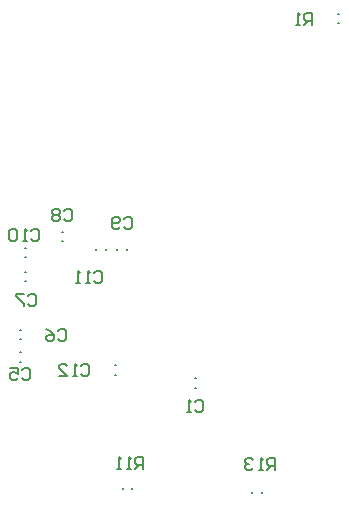
<source format=gbo>
G04*
G04 #@! TF.GenerationSoftware,Altium Limited,Altium Designer,18.1.7 (191)*
G04*
G04 Layer_Color=32896*
%FSLAX25Y25*%
%MOIN*%
G70*
G01*
G75*
%ADD13C,0.00787*%
%ADD15C,0.00700*%
D13*
X236496Y105303D02*
Y105697D01*
X233347Y105303D02*
Y105697D01*
X279575Y103953D02*
Y104347D01*
X276425Y103953D02*
Y104347D01*
X200803Y177589D02*
X201197D01*
X200803Y174440D02*
X201197D01*
X305153Y263575D02*
X305547D01*
X305153Y260425D02*
X305547D01*
X212935Y191007D02*
X213328D01*
X212935Y187857D02*
X213328D01*
X224425Y184803D02*
Y185197D01*
X227575Y184803D02*
Y185197D01*
X234575Y184803D02*
Y185197D01*
X231425Y184803D02*
Y185197D01*
X200803Y182439D02*
X201197D01*
X200803Y185589D02*
X201197D01*
X198933Y155116D02*
X199327D01*
X198933Y158266D02*
X199327D01*
X257303Y138925D02*
X257697D01*
X257303Y142075D02*
X257697D01*
X230653Y143266D02*
X231047D01*
X230653Y146416D02*
X231047D01*
X198933Y150766D02*
X199327D01*
X198933Y147617D02*
X199327D01*
D15*
X284000Y111500D02*
Y115499D01*
X282001D01*
X281334Y114832D01*
Y113499D01*
X282001Y112833D01*
X284000D01*
X282667D02*
X281334Y111500D01*
X280001D02*
X278668D01*
X279335D01*
Y115499D01*
X280001Y114832D01*
X276669D02*
X276003Y115499D01*
X274670D01*
X274003Y114832D01*
Y114166D01*
X274670Y113499D01*
X275336D01*
X274670D01*
X274003Y112833D01*
Y112167D01*
X274670Y111500D01*
X276003D01*
X276669Y112167D01*
X240000Y112000D02*
Y115999D01*
X238001D01*
X237334Y115332D01*
Y113999D01*
X238001Y113333D01*
X240000D01*
X238667D02*
X237334Y112000D01*
X236001D02*
X234668D01*
X235335D01*
Y115999D01*
X236001Y115332D01*
X232669Y112000D02*
X231336D01*
X232003D01*
Y115999D01*
X232669Y115332D01*
X296543Y260000D02*
Y263999D01*
X294544D01*
X293878Y263332D01*
Y261999D01*
X294544Y261333D01*
X296543D01*
X295210D02*
X293878Y260000D01*
X292545D02*
X291212D01*
X291878D01*
Y263999D01*
X292545Y263332D01*
X219434Y146132D02*
X220101Y146799D01*
X221434D01*
X222100Y146132D01*
Y143466D01*
X221434Y142800D01*
X220101D01*
X219434Y143466D01*
X218101Y142800D02*
X216768D01*
X217435D01*
Y146799D01*
X218101Y146132D01*
X212103Y142800D02*
X214769D01*
X212103Y145466D01*
Y146132D01*
X212770Y146799D01*
X214103D01*
X214769Y146132D01*
X223834Y177332D02*
X224501Y177999D01*
X225834D01*
X226500Y177332D01*
Y174667D01*
X225834Y174000D01*
X224501D01*
X223834Y174667D01*
X222501Y174000D02*
X221168D01*
X221835D01*
Y177999D01*
X222501Y177332D01*
X219169Y174000D02*
X217836D01*
X218503D01*
Y177999D01*
X219169Y177332D01*
X202834Y191347D02*
X203501Y192013D01*
X204834D01*
X205500Y191347D01*
Y188681D01*
X204834Y188014D01*
X203501D01*
X202834Y188681D01*
X201501Y188014D02*
X200168D01*
X200835D01*
Y192013D01*
X201501Y191347D01*
X198169D02*
X197503Y192013D01*
X196170D01*
X195503Y191347D01*
Y188681D01*
X196170Y188014D01*
X197503D01*
X198169Y188681D01*
Y191347D01*
X233834Y195332D02*
X234501Y195999D01*
X235834D01*
X236500Y195332D01*
Y192666D01*
X235834Y192000D01*
X234501D01*
X233834Y192666D01*
X232501D02*
X231835Y192000D01*
X230502D01*
X229836Y192666D01*
Y195332D01*
X230502Y195999D01*
X231835D01*
X232501Y195332D01*
Y194666D01*
X231835Y193999D01*
X229836D01*
X213834Y197832D02*
X214501Y198499D01*
X215834D01*
X216500Y197832D01*
Y195167D01*
X215834Y194500D01*
X214501D01*
X213834Y195167D01*
X212501Y197832D02*
X211835Y198499D01*
X210502D01*
X209836Y197832D01*
Y197166D01*
X210502Y196499D01*
X209836Y195833D01*
Y195167D01*
X210502Y194500D01*
X211835D01*
X212501Y195167D01*
Y195833D01*
X211835Y196499D01*
X212501Y197166D01*
Y197832D01*
X211835Y196499D02*
X210502D01*
X201634Y169632D02*
X202301Y170299D01*
X203633D01*
X204300Y169632D01*
Y166966D01*
X203633Y166300D01*
X202301D01*
X201634Y166966D01*
X200301Y170299D02*
X197635D01*
Y169632D01*
X200301Y166966D01*
Y166300D01*
X211834Y158032D02*
X212501Y158699D01*
X213834D01*
X214500Y158032D01*
Y155367D01*
X213834Y154700D01*
X212501D01*
X211834Y155367D01*
X207836Y158699D02*
X209168Y158032D01*
X210501Y156699D01*
Y155367D01*
X209835Y154700D01*
X208502D01*
X207836Y155367D01*
Y156033D01*
X208502Y156699D01*
X210501D01*
X199834Y144832D02*
X200501Y145499D01*
X201834D01*
X202500Y144832D01*
Y142166D01*
X201834Y141500D01*
X200501D01*
X199834Y142166D01*
X195835Y145499D02*
X198501D01*
Y143499D01*
X197168Y144166D01*
X196502D01*
X195835Y143499D01*
Y142166D01*
X196502Y141500D01*
X197835D01*
X198501Y142166D01*
X257534Y134132D02*
X258201Y134799D01*
X259534D01*
X260200Y134132D01*
Y131466D01*
X259534Y130800D01*
X258201D01*
X257534Y131466D01*
X256201Y130800D02*
X254868D01*
X255535D01*
Y134799D01*
X256201Y134132D01*
M02*

</source>
